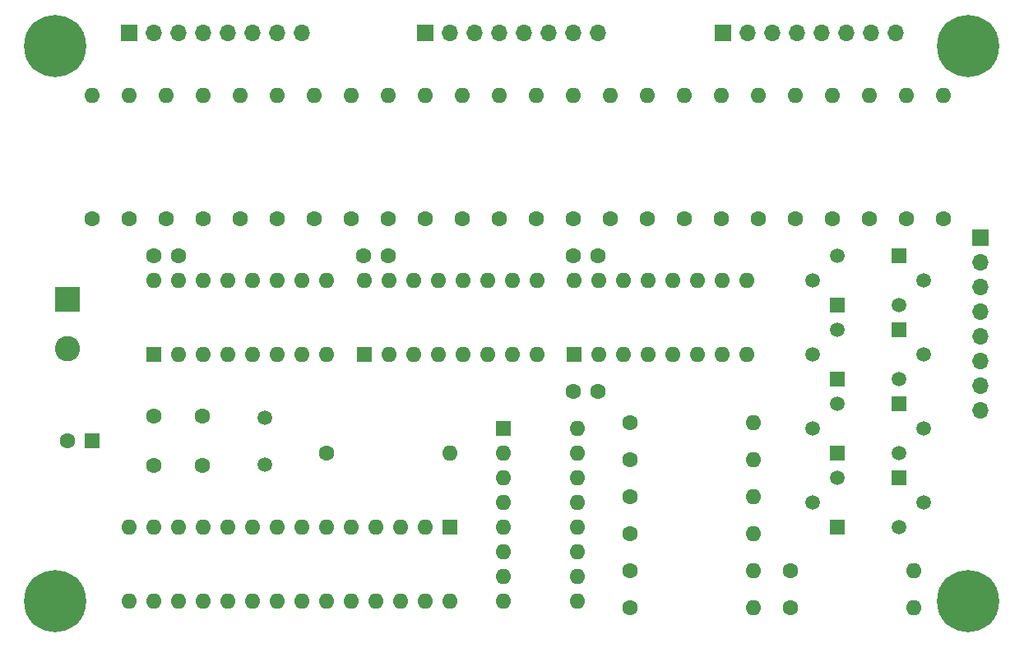
<source format=gbr>
%TF.GenerationSoftware,KiCad,Pcbnew,7.0.10*%
%TF.CreationDate,2024-01-23T08:52:06+06:30*%
%TF.ProjectId,Project,50726f6a-6563-4742-9e6b-696361645f70,1.0*%
%TF.SameCoordinates,Original*%
%TF.FileFunction,Soldermask,Top*%
%TF.FilePolarity,Negative*%
%FSLAX46Y46*%
G04 Gerber Fmt 4.6, Leading zero omitted, Abs format (unit mm)*
G04 Created by KiCad (PCBNEW 7.0.10) date 2024-01-23 08:52:06*
%MOMM*%
%LPD*%
G01*
G04 APERTURE LIST*
%ADD10C,6.400000*%
%ADD11R,1.600000X1.600000*%
%ADD12O,1.600000X1.600000*%
%ADD13R,1.700000X1.700000*%
%ADD14O,1.700000X1.700000*%
%ADD15R,1.500000X1.500000*%
%ADD16C,1.500000*%
%ADD17C,1.600000*%
%ADD18R,2.600000X2.600000*%
%ADD19C,2.600000*%
G04 APERTURE END LIST*
D10*
%TO.C,H1*%
X101600000Y-130810000D03*
%TD*%
D11*
%TO.C,U5*%
X133365000Y-105410000D03*
D12*
X135905000Y-105410000D03*
X138445000Y-105410000D03*
X140985000Y-105410000D03*
X143525000Y-105410000D03*
X146065000Y-105410000D03*
X148605000Y-105410000D03*
X151145000Y-105410000D03*
X151145000Y-97790000D03*
X148605000Y-97790000D03*
X146065000Y-97790000D03*
X143525000Y-97790000D03*
X140985000Y-97790000D03*
X138445000Y-97790000D03*
X135905000Y-97790000D03*
X133365000Y-97790000D03*
%TD*%
D13*
%TO.C,J3*%
X170307000Y-72263000D03*
D14*
X172847000Y-72263000D03*
X175387000Y-72263000D03*
X177927000Y-72263000D03*
X180467000Y-72263000D03*
X183007000Y-72263000D03*
X185547000Y-72263000D03*
X188087000Y-72263000D03*
%TD*%
D15*
%TO.C,Q2*%
X182110000Y-100330000D03*
D16*
X179570000Y-97790000D03*
X182110000Y-95250000D03*
%TD*%
D17*
%TO.C,R17*%
X193040000Y-91440000D03*
D12*
X193040000Y-78740000D03*
%TD*%
D10*
%TO.C,H3*%
X195580000Y-73660000D03*
%TD*%
D17*
%TO.C,R32*%
X132080000Y-91440000D03*
D12*
X132080000Y-78740000D03*
%TD*%
D17*
%TO.C,R14*%
X181610000Y-91440000D03*
D12*
X181610000Y-78740000D03*
%TD*%
D11*
%TO.C,C1*%
X105370000Y-114300000D03*
D17*
X102870000Y-114300000D03*
%TD*%
%TO.C,R18*%
X105410000Y-91440000D03*
D12*
X105410000Y-78740000D03*
%TD*%
D15*
%TO.C,Q3*%
X188460000Y-102870000D03*
D16*
X191000000Y-105410000D03*
X188460000Y-107950000D03*
%TD*%
D18*
%TO.C,J4*%
X102870000Y-99690000D03*
D19*
X102870000Y-104770000D03*
%TD*%
D17*
%TO.C,R19*%
X135890000Y-91440000D03*
D12*
X135890000Y-78740000D03*
%TD*%
D17*
%TO.C,R15*%
X185420000Y-91440000D03*
D12*
X185420000Y-78740000D03*
%TD*%
D17*
%TO.C,R31*%
X158750000Y-91440000D03*
D12*
X158750000Y-78740000D03*
%TD*%
D13*
%TO.C,J2*%
X139700000Y-72263000D03*
D14*
X142240000Y-72263000D03*
X144780000Y-72263000D03*
X147320000Y-72263000D03*
X149860000Y-72263000D03*
X152400000Y-72263000D03*
X154940000Y-72263000D03*
X157480000Y-72263000D03*
%TD*%
D15*
%TO.C,Q7*%
X188460000Y-118110000D03*
D16*
X191000000Y-120650000D03*
X188460000Y-123190000D03*
%TD*%
D13*
%TO.C,J5*%
X196850000Y-93360000D03*
D14*
X196850000Y-95900000D03*
X196850000Y-98440000D03*
X196850000Y-100980000D03*
X196850000Y-103520000D03*
X196850000Y-106060000D03*
X196850000Y-108600000D03*
X196850000Y-111140000D03*
%TD*%
D17*
%TO.C,R5*%
X160782000Y-127635000D03*
D12*
X173482000Y-127635000D03*
%TD*%
D17*
%TO.C,R3*%
X160782000Y-120015000D03*
D12*
X173482000Y-120015000D03*
%TD*%
D17*
%TO.C,R6*%
X160782000Y-131445000D03*
D12*
X173482000Y-131445000D03*
%TD*%
D17*
%TO.C,R1*%
X160782000Y-112395000D03*
D12*
X173482000Y-112395000D03*
%TD*%
D16*
%TO.C,Y1*%
X123190000Y-116750000D03*
X123190000Y-111870000D03*
%TD*%
D15*
%TO.C,Q5*%
X188460000Y-110490000D03*
D16*
X191000000Y-113030000D03*
X188460000Y-115570000D03*
%TD*%
D17*
%TO.C,R16*%
X189230000Y-91440000D03*
D12*
X189230000Y-78740000D03*
%TD*%
D17*
%TO.C,R30*%
X128270000Y-91440000D03*
D12*
X128270000Y-78740000D03*
%TD*%
D17*
%TO.C,R7*%
X177292000Y-127635000D03*
D12*
X189992000Y-127635000D03*
%TD*%
D17*
%TO.C,R13*%
X177800000Y-91440000D03*
D12*
X177800000Y-78740000D03*
%TD*%
D11*
%TO.C,U4*%
X111760000Y-105410000D03*
D12*
X114300000Y-105410000D03*
X116840000Y-105410000D03*
X119380000Y-105410000D03*
X121920000Y-105410000D03*
X124460000Y-105410000D03*
X127000000Y-105410000D03*
X129540000Y-105410000D03*
X129540000Y-97790000D03*
X127000000Y-97790000D03*
X124460000Y-97790000D03*
X121920000Y-97790000D03*
X119380000Y-97790000D03*
X116840000Y-97790000D03*
X114300000Y-97790000D03*
X111760000Y-97790000D03*
%TD*%
D15*
%TO.C,Q1*%
X188460000Y-95250000D03*
D16*
X191000000Y-97790000D03*
X188460000Y-100330000D03*
%TD*%
D13*
%TO.C,J1*%
X109220000Y-72263000D03*
D14*
X111760000Y-72263000D03*
X114300000Y-72263000D03*
X116840000Y-72263000D03*
X119380000Y-72263000D03*
X121920000Y-72263000D03*
X124460000Y-72263000D03*
X127000000Y-72263000D03*
%TD*%
D10*
%TO.C,H4*%
X195580000Y-130810000D03*
%TD*%
D17*
%TO.C,R4*%
X160782000Y-123825000D03*
D12*
X173482000Y-123825000D03*
%TD*%
D17*
%TO.C,R21*%
X139700000Y-91440000D03*
D12*
X139700000Y-78740000D03*
%TD*%
D17*
%TO.C,R26*%
X120650000Y-91440000D03*
D12*
X120650000Y-78740000D03*
%TD*%
D17*
%TO.C,R2*%
X160782000Y-116205000D03*
D12*
X173482000Y-116205000D03*
%TD*%
D17*
%TO.C,R11*%
X170180000Y-91440000D03*
D12*
X170180000Y-78740000D03*
%TD*%
D17*
%TO.C,R25*%
X147320000Y-91440000D03*
D12*
X147320000Y-78740000D03*
%TD*%
D17*
%TO.C,C3*%
X116760000Y-111760000D03*
X111760000Y-111760000D03*
%TD*%
%TO.C,R12*%
X173990000Y-91440000D03*
D12*
X173990000Y-78740000D03*
%TD*%
D15*
%TO.C,Q4*%
X182110000Y-107950000D03*
D16*
X179570000Y-105410000D03*
X182110000Y-102870000D03*
%TD*%
D17*
%TO.C,R20*%
X109220000Y-91440000D03*
D12*
X109220000Y-78740000D03*
%TD*%
D17*
%TO.C,R33*%
X162560000Y-91440000D03*
D12*
X162560000Y-78740000D03*
%TD*%
D11*
%TO.C,U2*%
X142240000Y-123190000D03*
D12*
X139700000Y-123190000D03*
X137160000Y-123190000D03*
X134620000Y-123190000D03*
X132080000Y-123190000D03*
X129540000Y-123190000D03*
X127000000Y-123190000D03*
X124460000Y-123190000D03*
X121920000Y-123190000D03*
X119380000Y-123190000D03*
X116840000Y-123190000D03*
X114300000Y-123190000D03*
X111760000Y-123190000D03*
X109220000Y-123190000D03*
X109220000Y-130810000D03*
X111760000Y-130810000D03*
X114300000Y-130810000D03*
X116840000Y-130810000D03*
X119380000Y-130810000D03*
X121920000Y-130810000D03*
X124460000Y-130810000D03*
X127000000Y-130810000D03*
X129540000Y-130810000D03*
X132080000Y-130810000D03*
X134620000Y-130810000D03*
X137160000Y-130810000D03*
X139700000Y-130810000D03*
X142240000Y-130810000D03*
%TD*%
D17*
%TO.C,R27*%
X151130000Y-91440000D03*
D12*
X151130000Y-78740000D03*
%TD*%
D17*
%TO.C,R23*%
X143510000Y-91440000D03*
D12*
X143510000Y-78740000D03*
%TD*%
D17*
%TO.C,R28*%
X124460000Y-91440000D03*
D12*
X124460000Y-78740000D03*
%TD*%
D17*
%TO.C,C2*%
X116760000Y-116840000D03*
X111760000Y-116840000D03*
%TD*%
%TO.C,R10*%
X166370000Y-91440000D03*
D12*
X166370000Y-78740000D03*
%TD*%
D17*
%TO.C,R8*%
X177292000Y-131445000D03*
D12*
X189992000Y-131445000D03*
%TD*%
D15*
%TO.C,Q6*%
X182110000Y-115570000D03*
D16*
X179570000Y-113030000D03*
X182110000Y-110490000D03*
%TD*%
D10*
%TO.C,H2*%
X101600000Y-73660000D03*
%TD*%
D17*
%TO.C,C6*%
X154940000Y-109220000D03*
X157440000Y-109220000D03*
%TD*%
D11*
%TO.C,U3*%
X154955000Y-105410000D03*
D12*
X157495000Y-105410000D03*
X160035000Y-105410000D03*
X162575000Y-105410000D03*
X165115000Y-105410000D03*
X167655000Y-105410000D03*
X170195000Y-105410000D03*
X172735000Y-105410000D03*
X172735000Y-97790000D03*
X170195000Y-97790000D03*
X167655000Y-97790000D03*
X165115000Y-97790000D03*
X162575000Y-97790000D03*
X160035000Y-97790000D03*
X157495000Y-97790000D03*
X154955000Y-97790000D03*
%TD*%
D17*
%TO.C,R9*%
X129540000Y-115570000D03*
D12*
X142240000Y-115570000D03*
%TD*%
D17*
%TO.C,R29*%
X154940000Y-91440000D03*
D12*
X154940000Y-78740000D03*
%TD*%
D17*
%TO.C,R24*%
X116840000Y-91440000D03*
D12*
X116840000Y-78740000D03*
%TD*%
D17*
%TO.C,C4*%
X111760000Y-95250000D03*
X114260000Y-95250000D03*
%TD*%
D15*
%TO.C,Q8*%
X182110000Y-123190000D03*
D16*
X179570000Y-120650000D03*
X182110000Y-118110000D03*
%TD*%
D17*
%TO.C,C5*%
X133350000Y-95250000D03*
X135850000Y-95250000D03*
%TD*%
%TO.C,C7*%
X154940000Y-95250000D03*
X157440000Y-95250000D03*
%TD*%
D11*
%TO.C,U1*%
X147701000Y-113030000D03*
D12*
X147701000Y-115570000D03*
X147701000Y-118110000D03*
X147701000Y-120650000D03*
X147701000Y-123190000D03*
X147701000Y-125730000D03*
X147701000Y-128270000D03*
X147701000Y-130810000D03*
X155321000Y-130810000D03*
X155321000Y-128270000D03*
X155321000Y-125730000D03*
X155321000Y-123190000D03*
X155321000Y-120650000D03*
X155321000Y-118110000D03*
X155321000Y-115570000D03*
X155321000Y-113030000D03*
%TD*%
D17*
%TO.C,R22*%
X113030000Y-91440000D03*
D12*
X113030000Y-78740000D03*
%TD*%
M02*

</source>
